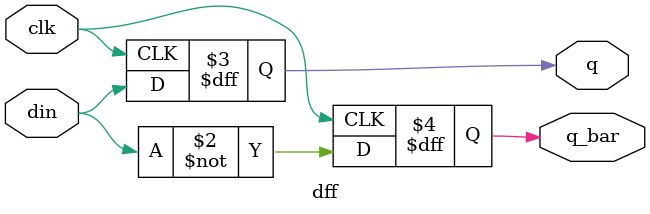
<source format=v>
`timescale 1ns / 1ps


module dff(
    input clk,
    input din,
    output reg q,
    output reg q_bar
    );
    
    always@(posedge clk)
    begin
    q<=din;
    q_bar<=~din;
    end
    
endmodule

</source>
